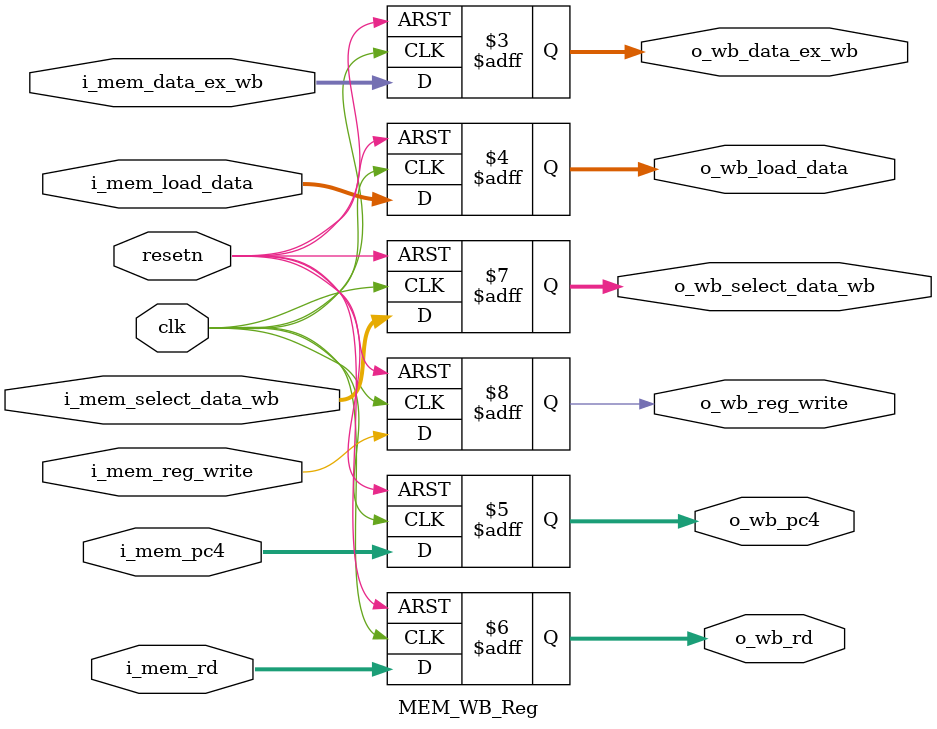
<source format=v>
module MEM_WB_Reg(
    input wire clk, resetn,
    input wire [31:0] i_mem_data_ex_wb, i_mem_load_data, i_mem_pc4,
    input wire [4:0] i_mem_rd,
    input wire [1:0] i_mem_select_data_wb,
    input wire i_mem_reg_write,
    output reg [31:0] o_wb_data_ex_wb, o_wb_load_data, o_wb_pc4,
    output reg [4:0] o_wb_rd, 
    output reg [1:0] o_wb_select_data_wb,
    output reg o_wb_reg_write
);
    always @(posedge clk or negedge resetn) begin
        if(!resetn) begin
            o_wb_data_ex_wb <= 32'd0;
            o_wb_load_data <= 32'd0;
            o_wb_pc4 <= 32'd0;
            o_wb_rd <= 5'd0;
            o_wb_select_data_wb <= 2'd0;
            o_wb_reg_write <= 1'b0;
        end
        else begin
            o_wb_data_ex_wb <= i_mem_data_ex_wb;
            o_wb_load_data <= i_mem_load_data;
            o_wb_pc4 <= i_mem_pc4;
            o_wb_rd <= i_mem_rd;
            o_wb_select_data_wb <= i_mem_select_data_wb;
            o_wb_reg_write <= i_mem_reg_write;
        end
    end
endmodule
</source>
